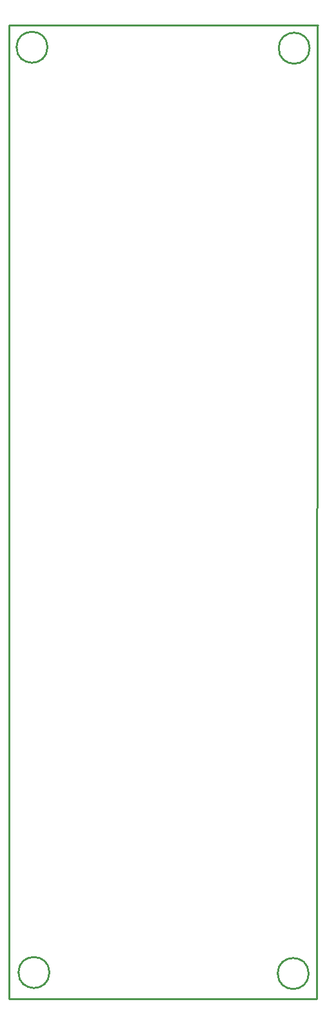
<source format=gko>
G04 Layer: BoardOutlineLayer*
G04 EasyEDA v6.5.22, 2023-02-15 17:28:14*
G04 889346655b5e4dd39cbf71a95156414b,7be1179030e74d40a97a3c751b95adb4,10*
G04 Gerber Generator version 0.2*
G04 Scale: 100 percent, Rotated: No, Reflected: No *
G04 Dimensions in millimeters *
G04 leading zeros omitted , absolute positions ,4 integer and 5 decimal *
%FSLAX45Y45*%
%MOMM*%

%ADD10C,0.2540*%
D10*
X-4057650Y-7454900D02*
G01*
X-19050Y-7454900D01*
X-4057650Y-7454900D02*
G01*
X-4057650Y5321300D01*
X-4057650Y5321300D02*
G01*
X2852Y5321300D01*
X-19050Y-7454900D02*
G01*
X-6350Y5321300D01*
G75*
G01*
X-514350Y5016500D02*
G02*
X-107950Y5016500I203200J0D01*
G75*
G01*
X-107950Y5016500D02*
G02*
X-514350Y5016500I-203200J0D01*
X-514350Y5016500D02*
G01*
X-514350Y5016500D01*
G75*
G01*
X-3956050Y5029200D02*
G02*
X-3549650Y5029200I203200J0D01*
G75*
G01*
X-3549650Y5029200D02*
G02*
X-3956050Y5029200I-203200J0D01*
X-3956050Y5029200D02*
G01*
X-3956050Y5029200D01*
G75*
G01*
X-3930650Y-7112000D02*
G02*
X-3524250Y-7112000I203200J0D01*
G75*
G01*
X-3524250Y-7112000D02*
G02*
X-3930650Y-7112000I-203200J0D01*
X-3930650Y-7112000D02*
G01*
X-3930650Y-7112000D01*
G75*
G01*
X-527050Y-7124700D02*
G02*
X-120650Y-7124700I203200J0D01*
G75*
G01*
X-120650Y-7124700D02*
G02*
X-527050Y-7124700I-203200J0D01*
X-527050Y-7124700D02*
G01*
X-527050Y-7124700D01*

%LPD*%
M02*

</source>
